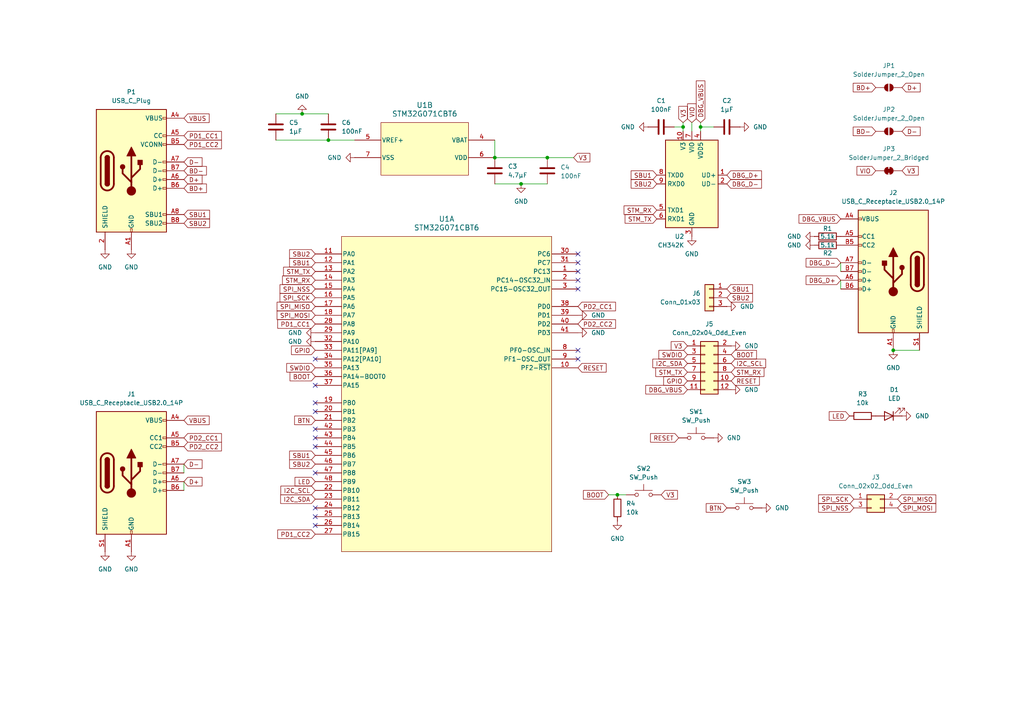
<source format=kicad_sch>
(kicad_sch (version 20231120) (generator "eeschema") (generator_version "8.0")
  (paper "A4")
  (title_block (title "Debubo") (date "2024-08-10") (rev "0") (company "dosowisko.net") (comment 1 "GNU GPLv3+"))
  (lib_symbols
    (symbol "Connector:USB_C_Plug" (pin_names (offset 1.016))
      (property "Reference" "P1" (at 0 33.02 0))
      (property "Value" "USB_C_Plug" (at 0 30.48 0))
      (symbol "USB_C_Plug_0_0"
        (rectangle (start -0.254 -6.604) (end 0.254 -7.62))
        (rectangle (start 9.144 5.334) (end 10.16 4.826))
        (rectangle (start 9.144 7.874) (end 10.16 7.366))
        (rectangle (start 9.144 10.414) (end 10.16 9.906))
        (rectangle (start 9.144 12.954) (end 10.16 12.446))
        (rectangle (start 9.144 18.034) (end 10.16 17.526))
        (rectangle (start 10.16 -4.826) (end 9.144 -5.334))
        (rectangle (start 10.16 -2.286) (end 9.144 -2.794))
        (rectangle (start 10.16 20.574) (end 9.144 20.066))
        (rectangle (start 10.16 25.654) (end 9.144 25.146))
      )
      (symbol "USB_C_Plug_0_1"
        (rectangle (start -10.16 27.94) (end 10.16 -7.62) (stroke (width 0.254)) (fill (type background)))
        (arc (start -8.89 6.35) (mid -6.985 4.4533) (end -5.08 6.35) (stroke (width 0.508)))
        (arc (start -7.62 6.35) (mid -6.985 5.7177) (end -6.35 6.35) (stroke (width 0.254)))
        (arc (start -7.62 6.35) (mid -6.985 5.7177) (end -6.35 6.35) (stroke (width 0.254)) (fill (type outline)))
        (rectangle (start -7.62 6.35) (end -6.35 13.97) (stroke (width 0.254)) (fill (type outline)))
        (arc (start -6.35 13.97) (mid -6.985 14.6023) (end -7.62 13.97) (stroke (width 0.254)))
        (arc (start -6.35 13.97) (mid -6.985 14.6023) (end -7.62 13.97) (stroke (width 0.254)) (fill (type outline)))
        (arc (start -5.08 13.97) (mid -6.985 15.8667) (end -8.89 13.97) (stroke (width 0.508)))
        (polyline (pts (xy -8.89 6.35) (xy -8.89 13.97)) (stroke (width 0.508)))
        (polyline (pts (xy -5.08 13.97) (xy -5.08 6.35)) (stroke (width 0.508)))
      )
      (symbol "USB_C_Plug_1_1"
        (circle (center -2.54 11.303) (radius 0.635) (stroke (width 0.254)) (fill (type outline)))
        (polyline (pts (xy 0 4.318) (xy 0 14.478)) (stroke (width 0.508)))
        (polyline (pts (xy 0 6.858) (xy -2.54 9.398) (xy -2.54 10.668)) (stroke (width 0.508)))
        (polyline (pts (xy 0 8.128) (xy 2.54 10.668) (xy 2.54 11.938)) (stroke (width 0.508)))
        (polyline (pts (xy -1.27 14.478) (xy 0 17.018) (xy 1.27 14.478) (xy -1.27 14.478)) (stroke (width 0.254)) (fill (type outline)))
        (circle (center 0 4.318) (radius 1.27) (fill (type outline)))
        (rectangle (start 1.905 11.938) (end 3.175 13.208) (stroke (width 0.254)) (fill (type outline)))
        (pin passive line (at -7.62 -12.7 90) (length 5.08) (name "SHIELD") (number "2"))
        (pin passive line (at -7.62 -12.7 90) (length 5.08) hide (name "SHIELD") (number "3"))
        (pin passive line (at 0 -12.7 90) (length 5.08) (name "GND") (number "A1"))
        (pin passive line (at 0 -12.7 90) (length 5.08) hide (name "GND") (number "A12"))
        (pin passive line (at 15.24 25.4 180) (length 5.08) (name "VBUS") (number "A4"))
        (pin bidirectional line (at 15.24 20.32 180) (length 5.08) (name "CC") (number "A5"))
        (pin bidirectional line (at 15.24 7.62 180) (length 5.08) (name "D+") (number "A6"))
        (pin bidirectional line (at 15.24 12.7 180) (length 5.08) (name "D-") (number "A7"))
        (pin bidirectional line (at 15.24 -2.54 180) (length 5.08) (name "SBU1") (number "A8"))
        (pin passive line (at 15.24 25.4 180) (length 5.08) hide (name "VBUS") (number "A9"))
        (pin passive line (at 0 -12.7 90) (length 5.08) hide (name "GND") (number "B1"))
        (pin passive line (at 0 -12.7 90) (length 5.08) hide (name "GND") (number "B12"))
        (pin passive line (at 15.24 25.4 180) (length 5.08) hide (name "VBUS") (number "B4"))
        (pin bidirectional line (at 15.24 17.78 180) (length 5.08) (name "VCONN") (number "B5"))
        (pin bidirectional line (at 15.24 5.08 180) (length 5.08) (name "D+") (number "B6"))
        (pin bidirectional line (at 15.24 10.16 180) (length 5.08) (name "D-") (number "B7"))
        (pin bidirectional line (at 15.24 -5.08 180) (length 5.08) (name "SBU2") (number "B8"))
        (pin passive line (at 15.24 25.4 180) (length 5.08) hide (name "VBUS") (number "B9"))
      )
    )
    (symbol "Connector:USB_C_Receptacle_USB2.0_14P" (pin_names (offset 1.016))
      (property "Reference" "J2" (at 0 22.86 0))
      (property "Value" "USB_C_Receptacle_USB2.0_14P" (at 0 20.32 0))
      (symbol "USB_C_Receptacle_USB2.0_14P_0_0"
        (rectangle (start -0.254 -17.78) (end 0.254 -16.764))
        (rectangle (start 10.16 -4.826) (end 9.144 -5.334))
        (rectangle (start 10.16 -2.286) (end 9.144 -2.794))
        (rectangle (start 10.16 0.254) (end 9.144 -0.254))
        (rectangle (start 10.16 2.794) (end 9.144 2.286))
        (rectangle (start 10.16 7.874) (end 9.144 7.366))
        (rectangle (start 10.16 10.414) (end 9.144 9.906))
        (rectangle (start 10.16 15.494) (end 9.144 14.986))
      )
      (symbol "USB_C_Receptacle_USB2.0_14P_0_1"
        (rectangle (start -10.16 17.78) (end 10.16 -17.78) (stroke (width 0.254)) (fill (type background)))
        (arc (start -8.89 -3.81) (mid -6.985 -5.7067) (end -5.08 -3.81) (stroke (width 0.508)))
        (arc (start -7.62 -3.81) (mid -6.985 -4.4423) (end -6.35 -3.81) (stroke (width 0.254)))
        (arc (start -7.62 -3.81) (mid -6.985 -4.4423) (end -6.35 -3.81) (stroke (width 0.254)) (fill (type outline)))
        (rectangle (start -7.62 -3.81) (end -6.35 3.81) (stroke (width 0.254)) (fill (type outline)))
        (arc (start -6.35 3.81) (mid -6.985 4.4423) (end -7.62 3.81) (stroke (width 0.254)))
        (arc (start -6.35 3.81) (mid -6.985 4.4423) (end -7.62 3.81) (stroke (width 0.254)) (fill (type outline)))
        (arc (start -5.08 3.81) (mid -6.985 5.7067) (end -8.89 3.81) (stroke (width 0.508)))
        (circle (center -2.54 1.143) (radius 0.635) (stroke (width 0.254)) (fill (type outline)))
        (circle (center 0 -5.842) (radius 1.27) (fill (type outline)))
        (polyline (pts (xy -8.89 -3.81) (xy -8.89 3.81)) (stroke (width 0.508)))
        (polyline (pts (xy -5.08 3.81) (xy -5.08 -3.81)) (stroke (width 0.508)))
        (polyline (pts (xy 0 -5.842) (xy 0 4.318)) (stroke (width 0.508)))
        (polyline (pts (xy 0 -3.302) (xy -2.54 -0.762) (xy -2.54 0.508)) (stroke (width 0.508)))
        (polyline (pts (xy 0 -2.032) (xy 2.54 0.508) (xy 2.54 1.778)) (stroke (width 0.508)))
        (polyline (pts (xy -1.27 4.318) (xy 0 6.858) (xy 1.27 4.318) (xy -1.27 4.318)) (stroke (width 0.254)) (fill (type outline)))
        (rectangle (start 1.905 1.778) (end 3.175 3.048) (stroke (width 0.254)) (fill (type outline)))
      )
      (symbol "USB_C_Receptacle_USB2.0_14P_1_1"
        (pin passive line (at 0 -22.86 90) (length 5.08) (name "GND") (number "A1"))
        (pin passive line (at 15.24 15.24 180) (length 5.08) (name "VBUS") (number "A4"))
        (pin bidirectional line (at 15.24 10.16 180) (length 5.08) (name "CC1") (number "A5"))
        (pin bidirectional line (at 15.24 -2.54 180) (length 5.08) (name "D+") (number "A6"))
        (pin bidirectional line (at 15.24 2.54 180) (length 5.08) (name "D-") (number "A7"))
        (pin passive line (at 0 -22.86 90) (length 5.08) hide (name "GND") (number "B1"))
        (pin passive line (at 15.24 15.24 180) (length 5.08) hide (name "VBUS") (number "B4"))
        (pin bidirectional line (at 15.24 7.62 180) (length 5.08) (name "CC2") (number "B5"))
        (pin bidirectional line (at 15.24 -5.08 180) (length 5.08) (name "D+") (number "B6"))
        (pin bidirectional line (at 15.24 0 180) (length 5.08) (name "D-") (number "B7"))
        (pin passive line (at -7.62 -22.86 90) (length 5.08) (name "SHIELD") (number "S1"))
      )
    )
    (symbol "Connector_Generic:Conn_01x03" (pin_names (offset 1.016) hide)
      (property "Reference" "J" (at 0 5.08 0))
      (property "Value" "Conn_01x03" (at 0 -5.08 0))
      (symbol "Conn_01x03_1_1"
        (rectangle (start -1.27 -2.413) (end 0 -2.667) (stroke (width 0.1524)))
        (rectangle (start -1.27 0.127) (end 0 -0.127) (stroke (width 0.1524)))
        (rectangle (start -1.27 2.667) (end 0 2.413) (stroke (width 0.1524)))
        (rectangle (start -1.27 3.81) (end 1.27 -3.81) (stroke (width 0.254)) (fill (type background)))
        (pin passive line (at -5.08 2.54 0) (length 3.81) (name "Pin_1") (number "1"))
        (pin passive line (at -5.08 0 0) (length 3.81) (name "Pin_2") (number "2"))
        (pin passive line (at -5.08 -2.54 0) (length 3.81) (name "Pin_3") (number "3"))
      )
    )
    (symbol "Connector_Generic:Conn_02x02_Odd_Even" (pin_names (offset 1.016) hide)
      (property "Reference" "J" (at 1.27 2.54 0))
      (property "Value" "Conn_02x02_Odd_Even" (at 1.27 -5.08 0))
      (symbol "Conn_02x02_Odd_Even_1_1"
        (rectangle (start -1.27 -2.413) (end 0 -2.667) (stroke (width 0.1524)))
        (rectangle (start -1.27 0.127) (end 0 -0.127) (stroke (width 0.1524)))
        (rectangle (start -1.27 1.27) (end 3.81 -3.81) (stroke (width 0.254)) (fill (type background)))
        (rectangle (start 3.81 -2.413) (end 2.54 -2.667) (stroke (width 0.1524)))
        (rectangle (start 3.81 0.127) (end 2.54 -0.127) (stroke (width 0.1524)))
        (pin passive line (at -5.08 0 0) (length 3.81) (name "Pin_1") (number "1"))
        (pin passive line (at 7.62 0 180) (length 3.81) (name "Pin_2") (number "2"))
        (pin passive line (at -5.08 -2.54 0) (length 3.81) (name "Pin_3") (number "3"))
        (pin passive line (at 7.62 -2.54 180) (length 3.81) (name "Pin_4") (number "4"))
      )
    )
    (symbol "Connector_Generic:Conn_02x06_Odd_Even" (pin_names (offset 1.016) hide)
      (property "Reference" "J" (at 1.27 7.62 0))
      (property "Value" "Conn_02x06_Odd_Even" (at 1.27 -10.16 0))
      (symbol "Conn_02x06_Odd_Even_1_1"
        (rectangle (start -1.27 -7.493) (end 0 -7.747) (stroke (width 0.1524)))
        (rectangle (start -1.27 -4.953) (end 0 -5.207) (stroke (width 0.1524)))
        (rectangle (start -1.27 -2.413) (end 0 -2.667) (stroke (width 0.1524)))
        (rectangle (start -1.27 0.127) (end 0 -0.127) (stroke (width 0.1524)))
        (rectangle (start -1.27 2.667) (end 0 2.413) (stroke (width 0.1524)))
        (rectangle (start -1.27 5.207) (end 0 4.953) (stroke (width 0.1524)))
        (rectangle (start -1.27 6.35) (end 3.81 -8.89) (stroke (width 0.254)) (fill (type background)))
        (rectangle (start 3.81 -7.493) (end 2.54 -7.747) (stroke (width 0.1524)))
        (rectangle (start 3.81 -4.953) (end 2.54 -5.207) (stroke (width 0.1524)))
        (rectangle (start 3.81 -2.413) (end 2.54 -2.667) (stroke (width 0.1524)))
        (rectangle (start 3.81 0.127) (end 2.54 -0.127) (stroke (width 0.1524)))
        (rectangle (start 3.81 2.667) (end 2.54 2.413) (stroke (width 0.1524)))
        (rectangle (start 3.81 5.207) (end 2.54 4.953) (stroke (width 0.1524)))
        (pin passive line (at -5.08 5.08 0) (length 3.81) (name "Pin_1") (number "1"))
        (pin passive line (at 7.62 -5.08 180) (length 3.81) (name "Pin_10") (number "10"))
        (pin passive line (at -5.08 -7.62 0) (length 3.81) (name "Pin_11") (number "11"))
        (pin passive line (at 7.62 -7.62 180) (length 3.81) (name "Pin_12") (number "12"))
        (pin passive line (at 7.62 5.08 180) (length 3.81) (name "Pin_2") (number "2"))
        (pin passive line (at -5.08 2.54 0) (length 3.81) (name "Pin_3") (number "3"))
        (pin passive line (at 7.62 2.54 180) (length 3.81) (name "Pin_4") (number "4"))
        (pin passive line (at -5.08 0 0) (length 3.81) (name "Pin_5") (number "5"))
        (pin passive line (at 7.62 0 180) (length 3.81) (name "Pin_6") (number "6"))
        (pin passive line (at -5.08 -2.54 0) (length 3.81) (name "Pin_7") (number "7"))
        (pin passive line (at 7.62 -2.54 180) (length 3.81) (name "Pin_8") (number "8"))
        (pin passive line (at -5.08 -5.08 0) (length 3.81) (name "Pin_9") (number "9"))
      )
    )
    (symbol "Debubo:STM32G071CBT6" (pin_names (offset 0.254))
      (property "Reference" "U" (at 38.1 10.16 0))
      (property "Value" "STM32G071CBT6" (at 38.1 7.62 0))
      (symbol "STM32G071CBT6_1_1"
        (rectangle (start 7.62 5.08) (end 68.58 -86.36) (fill (type background)))
        (pin bidirectional line (at 76.2 -5.08 180) (length 7.62) (name "PC13") (number "1"))
        (pin bidirectional line (at 76.2 -33.02 180) (length 7.62) (name "PF2-~{RST}") (number "10"))
        (pin bidirectional line (at 0 0 0) (length 7.62) (name "PA0") (number "11"))
        (pin bidirectional line (at 0 -2.54 0) (length 7.62) (name "PA1") (number "12"))
        (pin bidirectional line (at 0 -5.08 0) (length 7.62) (name "PA2") (number "13"))
        (pin bidirectional line (at 0 -7.62 0) (length 7.62) (name "PA3") (number "14"))
        (pin bidirectional line (at 0 -10.16 0) (length 7.62) (name "PA4") (number "15"))
        (pin bidirectional line (at 0 -12.7 0) (length 7.62) (name "PA5") (number "16"))
        (pin bidirectional line (at 0 -15.24 0) (length 7.62) (name "PA6") (number "17"))
        (pin bidirectional line (at 0 -17.78 0) (length 7.62) (name "PA7") (number "18"))
        (pin bidirectional line (at 0 -43.18 0) (length 7.62) (name "PB0") (number "19"))
        (pin bidirectional line (at 76.2 -7.62 180) (length 7.62) (name "PC14-OSC32_IN") (number "2"))
        (pin bidirectional line (at 0 -45.72 0) (length 7.62) (name "PB1") (number "20"))
        (pin bidirectional line (at 0 -48.26 0) (length 7.62) (name "PB2") (number "21"))
        (pin bidirectional line (at 0 -68.58 0) (length 7.62) (name "PB10") (number "22"))
        (pin bidirectional line (at 0 -71.12 0) (length 7.62) (name "PB11") (number "23"))
        (pin bidirectional line (at 0 -73.66 0) (length 7.62) (name "PB12") (number "24"))
        (pin bidirectional line (at 0 -76.2 0) (length 7.62) (name "PB13") (number "25"))
        (pin bidirectional line (at 0 -78.74 0) (length 7.62) (name "PB14") (number "26"))
        (pin bidirectional line (at 0 -81.28 0) (length 7.62) (name "PB15") (number "27"))
        (pin bidirectional line (at 0 -20.32 0) (length 7.62) (name "PA8") (number "28"))
        (pin bidirectional line (at 0 -22.86 0) (length 7.62) (name "PA9") (number "29"))
        (pin bidirectional line (at 76.2 -10.16 180) (length 7.62) (name "PC15-OSC32_OUT") (number "3"))
        (pin bidirectional line (at 76.2 0 180) (length 7.62) (name "PC6") (number "30"))
        (pin bidirectional line (at 76.2 -2.54 180) (length 7.62) (name "PC7") (number "31"))
        (pin bidirectional line (at 0 -25.4 0) (length 7.62) (name "PA10") (number "32"))
        (pin bidirectional line (at 0 -27.94 0) (length 7.62) (name "PA11[PA9]") (number "33"))
        (pin bidirectional line (at 0 -30.48 0) (length 7.62) (name "PA12[PA10]") (number "34"))
        (pin bidirectional line (at 0 -33.02 0) (length 7.62) (name "PA13") (number "35"))
        (pin bidirectional line (at 0 -35.56 0) (length 7.62) (name "PA14-BOOT0") (number "36"))
        (pin bidirectional line (at 0 -38.1 0) (length 7.62) (name "PA15") (number "37"))
        (pin bidirectional line (at 76.2 -15.24 180) (length 7.62) (name "PD0") (number "38"))
        (pin bidirectional line (at 76.2 -17.78 180) (length 7.62) (name "PD1") (number "39"))
        (pin bidirectional line (at 76.2 -20.32 180) (length 7.62) (name "PD2") (number "40"))
        (pin bidirectional line (at 76.2 -22.86 180) (length 7.62) (name "PD3") (number "41"))
        (pin bidirectional line (at 0 -50.8 0) (length 7.62) (name "PB3") (number "42"))
        (pin bidirectional line (at 0 -53.34 0) (length 7.62) (name "PB4") (number "43"))
        (pin bidirectional line (at 0 -55.88 0) (length 7.62) (name "PB5") (number "44"))
        (pin bidirectional line (at 0 -58.42 0) (length 7.62) (name "PB6") (number "45"))
        (pin bidirectional line (at 0 -60.96 0) (length 7.62) (name "PB7") (number "46"))
        (pin bidirectional line (at 0 -63.5 0) (length 7.62) (name "PB8") (number "47"))
        (pin bidirectional line (at 0 -66.04 0) (length 7.62) (name "PB9") (number "48"))
        (pin bidirectional line (at 76.2 -27.94 180) (length 7.62) (name "PF0-OSC_IN") (number "8"))
        (pin bidirectional line (at 76.2 -30.48 180) (length 7.62) (name "PF1-OSC_OUT") (number "9"))
      )
      (symbol "STM32G071CBT6_2_1"
        (rectangle (start 7.62 5.08) (end 33.02 -10.16) (fill (type background)))
        (pin power_in line (at 40.64 0 180) (length 7.62) (name "VBAT") (number "4"))
        (pin power_in line (at 0 0 0) (length 7.62) (name "VREF+") (number "5"))
        (pin power_in line (at 40.64 -5.08 180) (length 7.62) (name "VDD") (number "6"))
        (pin power_in line (at 0 -5.08 0) (length 7.62) (name "VSS") (number "7"))
      )
    )
    (symbol "Device:C" (pin_numbers hide) (pin_names (offset 0.254))
      (property "Reference" "C" (at 0.635 2.54 0))
      (property "Value" "C" (at 0.635 -2.54 0))
      (symbol "C_0_1"
        (polyline (pts (xy -2.032 -0.762) (xy 2.032 -0.762)) (stroke (width 0.508)))
        (polyline (pts (xy -2.032 0.762) (xy 2.032 0.762)) (stroke (width 0.508)))
      )
      (symbol "C_1_1"
        (pin passive line (at 0 3.81 270) (length 2.794) (name "~") (number "1"))
        (pin passive line (at 0 -3.81 90) (length 2.794) (name "~") (number "2"))
      )
    )
    (symbol "Device:LED" (pin_numbers hide) (pin_names (offset 1.016) hide)
      (property "Reference" "D" (at 0 2.54 0))
      (property "Value" "LED" (at 0 -2.54 0))
      (symbol "LED_0_1"
        (polyline (pts (xy -1.27 -1.27) (xy -1.27 1.27)) (stroke (width 0.254)))
        (polyline (pts (xy -1.27 0) (xy 1.27 0)))
        (polyline (pts (xy 1.27 -1.27) (xy 1.27 1.27) (xy -1.27 0) (xy 1.27 -1.27)) (stroke (width 0.254)))
        (polyline (pts (xy -3.048 -0.762) (xy -4.572 -2.286) (xy -3.81 -2.286) (xy -4.572 -2.286) (xy -4.572 -1.524)))
        (polyline (pts (xy -1.778 -0.762) (xy -3.302 -2.286) (xy -2.54 -2.286) (xy -3.302 -2.286) (xy -3.302 -1.524)))
      )
      (symbol "LED_1_1"
        (pin passive line (at -3.81 0 0) (length 2.54) (name "K") (number "1"))
        (pin passive line (at 3.81 0 180) (length 2.54) (name "A") (number "2"))
      )
    )
    (symbol "Device:R" (pin_numbers hide) (pin_names (offset 0))
      (property "Reference" "R" (at 2.032 0 90))
      (property "Value" "R" (at 0 0 90))
      (symbol "R_0_1"
        (rectangle (start -1.016 -2.54) (end 1.016 2.54) (stroke (width 0.254)))
      )
      (symbol "R_1_1"
        (pin passive line (at 0 3.81 270) (length 1.27) (name "~") (number "1"))
        (pin passive line (at 0 -3.81 90) (length 1.27) (name "~") (number "2"))
      )
    )
    (symbol "Interface_USB:CH340K"
      (property "Reference" "U2" (at 2.1941 -15.24 0))
      (property "Value" "CH342K" (at 2.1941 -17.78 0))
      (symbol "CH340K_0_1"
        (rectangle (start -7.62 12.7) (end 7.62 -12.7) (stroke (width 0.254)) (fill (type background)))
      )
      (symbol "CH340K_1_0"
        (pin passive line (at 0 -15.24 90) (length 2.54) hide (name "GND") (number "11"))
      )
      (symbol "CH340K_1_1"
        (pin bidirectional line (at -10.16 2.54 0) (length 2.54) (name "UD+") (number "1"))
        (pin passive line (at 2.54 15.24 270) (length 2.54) (name "V3") (number "10"))
        (pin bidirectional line (at -10.16 0 0) (length 2.54) (name "UD-") (number "2"))
        (pin power_in line (at 0 -15.24 90) (length 2.54) (name "GND") (number "3"))
        (pin power_in line (at -2.54 15.24 270) (length 2.54) (name "VDD5") (number "4"))
        (pin output line (at 10.16 -7.62 180) (length 2.54) (name "TXD1") (number "5"))
        (pin input line (at 10.16 -10.16 180) (length 2.54) (name "RXD1") (number "6"))
        (pin power_in line (at 0 15.24 270) (length 2.54) (name "VIO") (number "7"))
        (pin output line (at 10.16 2.54 180) (length 2.54) (name "TXD0") (number "8"))
        (pin input line (at 10.16 0 180) (length 2.54) (name "RXD0") (number "9"))
      )
    )
    (symbol "Jumper:SolderJumper_2_Bridged" (pin_numbers hide) (pin_names (offset 0) hide) (exclude_from_sim yes) (in_bom no)
      (property "Reference" "JP" (at 0 2.032 0))
      (property "Value" "SolderJumper_2_Bridged" (at 0 -2.54 0))
      (symbol "SolderJumper_2_Bridged_0_1"
        (rectangle (start -0.508 0.508) (end 0.508 -0.508) (fill (type outline)))
        (arc (start -0.254 1.016) (mid -1.2656 0) (end -0.254 -1.016))
        (arc (start -0.254 1.016) (mid -1.2656 0) (end -0.254 -1.016) (fill (type outline)))
        (polyline (pts (xy -0.254 1.016) (xy -0.254 -1.016)))
        (polyline (pts (xy 0.254 1.016) (xy 0.254 -1.016)))
        (arc (start 0.254 -1.016) (mid 1.2656 0) (end 0.254 1.016))
        (arc (start 0.254 -1.016) (mid 1.2656 0) (end 0.254 1.016) (fill (type outline)))
      )
      (symbol "SolderJumper_2_Bridged_1_1"
        (pin passive line (at -3.81 0 0) (length 2.54) (name "A") (number "1"))
        (pin passive line (at 3.81 0 180) (length 2.54) (name "B") (number "2"))
      )
    )
    (symbol "Jumper:SolderJumper_2_Open" (pin_numbers hide) (pin_names (offset 0) hide) (exclude_from_sim yes) (in_bom no)
      (property "Reference" "JP" (at 0 2.032 0))
      (property "Value" "SolderJumper_2_Open" (at 0 -2.54 0))
      (symbol "SolderJumper_2_Open_0_1"
        (arc (start -0.254 1.016) (mid -1.2656 0) (end -0.254 -1.016))
        (arc (start -0.254 1.016) (mid -1.2656 0) (end -0.254 -1.016) (fill (type outline)))
        (polyline (pts (xy -0.254 1.016) (xy -0.254 -1.016)))
        (polyline (pts (xy 0.254 1.016) (xy 0.254 -1.016)))
        (arc (start 0.254 -1.016) (mid 1.2656 0) (end 0.254 1.016))
        (arc (start 0.254 -1.016) (mid 1.2656 0) (end 0.254 1.016) (fill (type outline)))
      )
      (symbol "SolderJumper_2_Open_1_1"
        (pin passive line (at -3.81 0 0) (length 2.54) (name "A") (number "1"))
        (pin passive line (at 3.81 0 180) (length 2.54) (name "B") (number "2"))
      )
    )
    (symbol "Switch:SW_Push" (pin_numbers hide) (pin_names (offset 1.016) hide)
      (property "Reference" "SW" (at 1.27 2.54 0))
      (property "Value" "SW_Push" (at 0 -1.524 0))
      (symbol "SW_Push_0_1"
        (circle (center -2.032 0) (radius 0.508))
        (polyline (pts (xy 0 1.27) (xy 0 3.048)))
        (polyline (pts (xy 2.54 1.27) (xy -2.54 1.27)))
        (circle (center 2.032 0) (radius 0.508))
        (pin passive line (at -5.08 0 0) (length 2.54) (name "1") (number "1"))
        (pin passive line (at 5.08 0 180) (length 2.54) (name "2") (number "2"))
      )
    )
    (symbol "USB_C_Receptacle_USB2.0_14P_1" (pin_names (offset 1.016))
      (property "Reference" "J1" (at 0 22.86 0))
      (property "Value" "USB_C_Receptacle_USB2.0_14P" (at 0 20.32 0))
      (symbol "USB_C_Receptacle_USB2.0_14P_1_0_0"
        (rectangle (start -0.254 -17.78) (end 0.254 -16.764))
        (rectangle (start 10.16 -4.826) (end 9.144 -5.334))
        (rectangle (start 10.16 -2.286) (end 9.144 -2.794))
        (rectangle (start 10.16 0.254) (end 9.144 -0.254))
        (rectangle (start 10.16 2.794) (end 9.144 2.286))
        (rectangle (start 10.16 7.874) (end 9.144 7.366))
        (rectangle (start 10.16 10.414) (end 9.144 9.906))
        (rectangle (start 10.16 15.494) (end 9.144 14.986))
      )
      (symbol "USB_C_Receptacle_USB2.0_14P_1_0_1"
        (rectangle (start -10.16 17.78) (end 10.16 -17.78) (stroke (width 0.254)) (fill (type background)))
        (arc (start -8.89 -3.81) (mid -6.985 -5.7067) (end -5.08 -3.81) (stroke (width 0.508)))
        (arc (start -7.62 -3.81) (mid -6.985 -4.4423) (end -6.35 -3.81) (stroke (width 0.254)))
        (arc (start -7.62 -3.81) (mid -6.985 -4.4423) (end -6.35 -3.81) (stroke (width 0.254)) (fill (type outline)))
        (rectangle (start -7.62 -3.81) (end -6.35 3.81) (stroke (width 0.254)) (fill (type outline)))
        (arc (start -6.35 3.81) (mid -6.985 4.4423) (end -7.62 3.81) (stroke (width 0.254)))
        (arc (start -6.35 3.81) (mid -6.985 4.4423) (end -7.62 3.81) (stroke (width 0.254)) (fill (type outline)))
        (arc (start -5.08 3.81) (mid -6.985 5.7067) (end -8.89 3.81) (stroke (width 0.508)))
        (circle (center -2.54 1.143) (radius 0.635) (stroke (width 0.254)) (fill (type outline)))
        (circle (center 0 -5.842) (radius 1.27) (fill (type outline)))
        (polyline (pts (xy -8.89 -3.81) (xy -8.89 3.81)) (stroke (width 0.508)))
        (polyline (pts (xy -5.08 3.81) (xy -5.08 -3.81)) (stroke (width 0.508)))
        (polyline (pts (xy 0 -5.842) (xy 0 4.318)) (stroke (width 0.508)))
        (polyline (pts (xy 0 -3.302) (xy -2.54 -0.762) (xy -2.54 0.508)) (stroke (width 0.508)))
        (polyline (pts (xy 0 -2.032) (xy 2.54 0.508) (xy 2.54 1.778)) (stroke (width 0.508)))
        (polyline (pts (xy -1.27 4.318) (xy 0 6.858) (xy 1.27 4.318) (xy -1.27 4.318)) (stroke (width 0.254)) (fill (type outline)))
        (rectangle (start 1.905 1.778) (end 3.175 3.048) (stroke (width 0.254)) (fill (type outline)))
      )
      (symbol "USB_C_Receptacle_USB2.0_14P_1_1_1"
        (pin passive line (at 0 -22.86 90) (length 5.08) (name "GND") (number "A1"))
        (pin passive line (at 15.24 15.24 180) (length 5.08) (name "VBUS") (number "A4"))
        (pin bidirectional line (at 15.24 10.16 180) (length 5.08) (name "CC1") (number "A5"))
        (pin bidirectional line (at 15.24 -2.54 180) (length 5.08) (name "D+") (number "A6"))
        (pin bidirectional line (at 15.24 2.54 180) (length 5.08) (name "D-") (number "A7"))
        (pin passive line (at 0 -22.86 90) (length 5.08) hide (name "GND") (number "B1"))
        (pin passive line (at 15.24 15.24 180) (length 5.08) hide (name "VBUS") (number "B4"))
        (pin bidirectional line (at 15.24 7.62 180) (length 5.08) (name "CC2") (number "B5"))
        (pin bidirectional line (at 15.24 -5.08 180) (length 5.08) (name "D+") (number "B6"))
        (pin bidirectional line (at 15.24 0 180) (length 5.08) (name "D-") (number "B7"))
        (pin passive line (at -7.62 -22.86 90) (length 5.08) (name "SHIELD") (number "S1"))
      )
    )
    (symbol "power:GND" (power) (pin_numbers hide) (pin_names (offset 0) hide)
      (property "Value" "GND" (at 0 -3.81 0))
      (symbol "GND_0_1"
        (polyline (pts (xy 0 0) (xy 0 -1.27) (xy 1.27 -1.27) (xy 0 -2.54) (xy -1.27 -1.27) (xy 0 -1.27)))
      )
      (symbol "GND_1_1"
        (pin power_in line (at 0 0 270) (length 0) (name "~") (number "1"))
      )
    )
  )
  (junction (at 198.12 36.83))
  (junction (at 95.25 40.64))
  (junction (at 259.08 101.6))
  (junction (at 87.63 33.02))
  (junction (at 151.13 53.34))
  (junction (at 203.2 36.83))
  (junction (at 143.51 45.72))
  (junction (at 179.07 143.51))
  (junction (at 158.75 45.72))
  (no_connect (at 167.64 81.28))
  (no_connect (at 91.44 116.84))
  (no_connect (at 91.44 111.76))
  (no_connect (at 167.64 83.82))
  (no_connect (at 91.44 124.46))
  (no_connect (at 91.44 152.4))
  (no_connect (at 91.44 127))
  (no_connect (at 167.64 78.74))
  (no_connect (at 91.44 149.86))
  (no_connect (at 91.44 119.38))
  (no_connect (at 167.64 104.14))
  (no_connect (at 167.64 76.2))
  (no_connect (at 91.44 137.16))
  (no_connect (at 91.44 129.54))
  (no_connect (at 167.64 101.6))
  (no_connect (at 91.44 104.14))
  (no_connect (at 167.64 73.66))
  (no_connect (at 91.44 147.32))
  (wire (pts (xy 198.12 35.56) (xy 198.12 36.83)))
  (wire (pts (xy 95.25 40.64) (xy 102.87 40.64)))
  (wire (pts (xy 200.66 35.56) (xy 200.66 38.1)))
  (wire (pts (xy 143.51 40.64) (xy 143.51 45.72)))
  (wire (pts (xy 53.34 134.62) (xy 53.34 137.16)))
  (wire (pts (xy 143.51 45.72) (xy 158.75 45.72)))
  (wire (pts (xy 143.51 53.34) (xy 151.13 53.34)))
  (wire (pts (xy 80.01 40.64) (xy 95.25 40.64)))
  (wire (pts (xy 53.34 139.7) (xy 53.34 142.24)))
  (wire (pts (xy 243.84 81.28) (xy 243.84 83.82)))
  (wire (pts (xy 203.2 36.83) (xy 203.2 38.1)))
  (wire (pts (xy 87.63 33.02) (xy 95.25 33.02)))
  (wire (pts (xy 151.13 53.34) (xy 158.75 53.34)))
  (wire (pts (xy 243.84 76.2) (xy 243.84 78.74)))
  (wire (pts (xy 259.08 101.6) (xy 266.7 101.6)))
  (wire (pts (xy 203.2 35.56) (xy 203.2 36.83)))
  (wire (pts (xy 207.01 36.83) (xy 203.2 36.83)))
  (wire (pts (xy 195.58 36.83) (xy 198.12 36.83)))
  (wire (pts (xy 198.12 36.83) (xy 198.12 38.1)))
  (wire (pts (xy 158.75 45.72) (xy 166.37 45.72)))
  (wire (pts (xy 179.07 143.51) (xy 181.61 143.51)))
  (wire (pts (xy 80.01 33.02) (xy 87.63 33.02)))
  (wire (pts (xy 176.53 143.51) (xy 179.07 143.51)))
  (global_label "V3" (shape input) (at 199.39 100.33 180) (property "Intersheetrefs" "${INTERSHEET_REFS}" (effects (hide yes))))
  (global_label "BTN" (shape input) (at 91.44 121.92 180) (property "Intersheetrefs" "${INTERSHEET_REFS}" (effects (hide yes))))
  (global_label "BD+" (shape input) (at 53.34 54.61 0) (property "Intersheetrefs" "${INTERSHEET_REFS}" (effects (hide yes))))
  (global_label "DBG_D+" (shape input) (at 210.82 50.8 0) (property "Intersheetrefs" "${INTERSHEET_REFS}" (effects (hide yes))))
  (global_label "SPI_SCK" (shape input) (at 91.44 86.36 180) (property "Intersheetrefs" "${INTERSHEET_REFS}" (effects (hide yes))))
  (global_label "PD1_CC1" (shape input) (at 91.44 93.98 180) (property "Intersheetrefs" "${INTERSHEET_REFS}" (effects (hide yes))))
  (global_label "SBU2" (shape input) (at 91.44 134.62 180) (property "Intersheetrefs" "${INTERSHEET_REFS}" (effects (hide yes))))
  (global_label "RESET" (shape input) (at 196.85 127 180) (property "Intersheetrefs" "${INTERSHEET_REFS}" (effects (hide yes))))
  (global_label "GPIO" (shape input) (at 199.39 110.49 180) (property "Intersheetrefs" "${INTERSHEET_REFS}" (effects (hide yes))))
  (global_label "PD1_CC2" (shape input) (at 53.34 41.91 0) (property "Intersheetrefs" "${INTERSHEET_REFS}" (effects (hide yes))))
  (global_label "STM_TX" (shape input) (at 199.39 107.95 180) (property "Intersheetrefs" "${INTERSHEET_REFS}" (effects (hide yes))))
  (global_label "SPI_MOSI" (shape input) (at 260.35 147.32 0) (property "Intersheetrefs" "${INTERSHEET_REFS}" (effects (hide yes))))
  (global_label "VIO" (shape input) (at 200.66 35.56 90) (property "Intersheetrefs" "${INTERSHEET_REFS}" (effects (hide yes))))
  (global_label "SBU2" (shape input) (at 91.44 73.66 180) (property "Intersheetrefs" "${INTERSHEET_REFS}" (effects (hide yes))))
  (global_label "V3" (shape input) (at 166.37 45.72 0) (property "Intersheetrefs" "${INTERSHEET_REFS}" (effects (hide yes))))
  (global_label "VBUS" (shape input) (at 53.34 121.92 0) (property "Intersheetrefs" "${INTERSHEET_REFS}" (effects (hide yes))))
  (global_label "PD2_CC2" (shape input) (at 53.34 129.54 0) (property "Intersheetrefs" "${INTERSHEET_REFS}" (effects (hide yes))))
  (global_label "I2C_SDA" (shape input) (at 91.44 144.78 180) (property "Intersheetrefs" "${INTERSHEET_REFS}" (effects (hide yes))))
  (global_label "BOOT" (shape input) (at 176.53 143.51 180) (property "Intersheetrefs" "${INTERSHEET_REFS}" (effects (hide yes))))
  (global_label "V3" (shape input) (at 261.62 49.53 0) (property "Intersheetrefs" "${INTERSHEET_REFS}" (effects (hide yes))))
  (global_label "GPIO" (shape input) (at 91.44 101.6 180) (property "Intersheetrefs" "${INTERSHEET_REFS}" (effects (hide yes))))
  (global_label "SPI_MOSI" (shape input) (at 91.44 91.44 180) (property "Intersheetrefs" "${INTERSHEET_REFS}" (effects (hide yes))))
  (global_label "V3" (shape input) (at 191.77 143.51 0) (property "Intersheetrefs" "${INTERSHEET_REFS}" (effects (hide yes))))
  (global_label "SPI_MISO" (shape input) (at 260.35 144.78 0) (property "Intersheetrefs" "${INTERSHEET_REFS}" (effects (hide yes))))
  (global_label "SBU1" (shape input) (at 91.44 132.08 180) (property "Intersheetrefs" "${INTERSHEET_REFS}" (effects (hide yes))))
  (global_label "STM_RX" (shape input) (at 190.5 60.96 180) (property "Intersheetrefs" "${INTERSHEET_REFS}" (effects (hide yes))))
  (global_label "BOOT" (shape input) (at 91.44 109.22 180) (property "Intersheetrefs" "${INTERSHEET_REFS}" (effects (hide yes))))
  (global_label "SBU2" (shape input) (at 53.34 64.77 0) (property "Intersheetrefs" "${INTERSHEET_REFS}" (effects (hide yes))))
  (global_label "RESET" (shape input) (at 212.09 110.49 0) (property "Intersheetrefs" "${INTERSHEET_REFS}" (effects (hide yes))))
  (global_label "LED" (shape input) (at 91.44 139.7 180) (property "Intersheetrefs" "${INTERSHEET_REFS}" (effects (hide yes))))
  (global_label "SPI_NSS" (shape input) (at 91.44 83.82 180) (property "Intersheetrefs" "${INTERSHEET_REFS}" (effects (hide yes))))
  (global_label "I2C_SDA" (shape input) (at 199.39 105.41 180) (property "Intersheetrefs" "${INTERSHEET_REFS}" (effects (hide yes))))
  (global_label "RESET" (shape input) (at 167.64 106.68 0) (property "Intersheetrefs" "${INTERSHEET_REFS}" (effects (hide yes))))
  (global_label "SBU1" (shape input) (at 190.5 50.8 180) (property "Intersheetrefs" "${INTERSHEET_REFS}" (effects (hide yes))))
  (global_label "D-" (shape input) (at 261.62 38.1 0) (property "Intersheetrefs" "${INTERSHEET_REFS}" (effects (hide yes))))
  (global_label "BTN" (shape input) (at 210.82 147.32 180) (property "Intersheetrefs" "${INTERSHEET_REFS}" (effects (hide yes))))
  (global_label "BD+" (shape input) (at 254 25.4 180) (property "Intersheetrefs" "${INTERSHEET_REFS}" (effects (hide yes))))
  (global_label "PD1_CC2" (shape input) (at 91.44 154.94 180) (property "Intersheetrefs" "${INTERSHEET_REFS}" (effects (hide yes))))
  (global_label "D+" (shape input) (at 53.34 139.7 0) (property "Intersheetrefs" "${INTERSHEET_REFS}" (effects (hide yes))))
  (global_label "SPI_MISO" (shape input) (at 91.44 88.9 180) (property "Intersheetrefs" "${INTERSHEET_REFS}" (effects (hide yes))))
  (global_label "VIO" (shape input) (at 254 49.53 180) (property "Intersheetrefs" "${INTERSHEET_REFS}" (effects (hide yes))))
  (global_label "SPI_SCK" (shape input) (at 247.65 144.78 180) (property "Intersheetrefs" "${INTERSHEET_REFS}" (effects (hide yes))))
  (global_label "DBG_D-" (shape input) (at 243.84 76.2 180) (property "Intersheetrefs" "${INTERSHEET_REFS}" (effects (hide yes))))
  (global_label "BD-" (shape input) (at 254 38.1 180) (property "Intersheetrefs" "${INTERSHEET_REFS}" (effects (hide yes))))
  (global_label "V3" (shape input) (at 198.12 35.56 90) (property "Intersheetrefs" "${INTERSHEET_REFS}" (effects (hide yes))))
  (global_label "SBU1" (shape input) (at 53.34 62.23 0) (property "Intersheetrefs" "${INTERSHEET_REFS}" (effects (hide yes))))
  (global_label "SBU1" (shape input) (at 91.44 76.2 180) (property "Intersheetrefs" "${INTERSHEET_REFS}" (effects (hide yes))))
  (global_label "I2C_SCL" (shape input) (at 91.44 142.24 180) (property "Intersheetrefs" "${INTERSHEET_REFS}" (effects (hide yes))))
  (global_label "PD2_CC1" (shape input) (at 167.64 88.9 0) (property "Intersheetrefs" "${INTERSHEET_REFS}" (effects (hide yes))))
  (global_label "DBG_VBUS" (shape input) (at 203.2 35.56 90) (property "Intersheetrefs" "${INTERSHEET_REFS}" (effects (hide yes))))
  (global_label "PD2_CC2" (shape input) (at 167.64 93.98 0) (property "Intersheetrefs" "${INTERSHEET_REFS}" (effects (hide yes))))
  (global_label "BD-" (shape input) (at 53.34 49.53 0) (property "Intersheetrefs" "${INTERSHEET_REFS}" (effects (hide yes))))
  (global_label "STM_TX" (shape input) (at 91.44 78.74 180) (property "Intersheetrefs" "${INTERSHEET_REFS}" (effects (hide yes))))
  (global_label "DBG_VBUS" (shape input) (at 243.84 63.5 180) (property "Intersheetrefs" "${INTERSHEET_REFS}" (effects (hide yes))))
  (global_label "DBG_D-" (shape input) (at 210.82 53.34 0) (property "Intersheetrefs" "${INTERSHEET_REFS}" (effects (hide yes))))
  (global_label "SWDIO" (shape input) (at 91.44 106.68 180) (property "Intersheetrefs" "${INTERSHEET_REFS}" (effects (hide yes))))
  (global_label "VBUS" (shape input) (at 53.34 34.29 0) (property "Intersheetrefs" "${INTERSHEET_REFS}" (effects (hide yes))))
  (global_label "SWDIO" (shape input) (at 199.39 102.87 180) (property "Intersheetrefs" "${INTERSHEET_REFS}" (effects (hide yes))))
  (global_label "SBU2" (shape input) (at 190.5 53.34 180) (property "Intersheetrefs" "${INTERSHEET_REFS}" (effects (hide yes))))
  (global_label "DBG_D+" (shape input) (at 243.84 81.28 180) (property "Intersheetrefs" "${INTERSHEET_REFS}" (effects (hide yes))))
  (global_label "PD2_CC1" (shape input) (at 53.34 127 0) (property "Intersheetrefs" "${INTERSHEET_REFS}" (effects (hide yes))))
  (global_label "SPI_NSS" (shape input) (at 247.65 147.32 180) (property "Intersheetrefs" "${INTERSHEET_REFS}" (effects (hide yes))))
  (global_label "D-" (shape input) (at 53.34 46.99 0) (property "Intersheetrefs" "${INTERSHEET_REFS}" (effects (hide yes))))
  (global_label "STM_TX" (shape input) (at 190.5 63.5 180) (property "Intersheetrefs" "${INTERSHEET_REFS}" (effects (hide yes))))
  (global_label "D+" (shape input) (at 261.62 25.4 0) (property "Intersheetrefs" "${INTERSHEET_REFS}" (effects (hide yes))))
  (global_label "BOOT" (shape input) (at 212.09 102.87 0) (property "Intersheetrefs" "${INTERSHEET_REFS}" (effects (hide yes))))
  (global_label "STM_RX" (shape input) (at 212.09 107.95 0) (property "Intersheetrefs" "${INTERSHEET_REFS}" (effects (hide yes))))
  (global_label "D+" (shape input) (at 53.34 52.07 0) (property "Intersheetrefs" "${INTERSHEET_REFS}" (effects (hide yes))))
  (global_label "PD1_CC1" (shape input) (at 53.34 39.37 0) (property "Intersheetrefs" "${INTERSHEET_REFS}" (effects (hide yes))))
  (global_label "DBG_VBUS" (shape input) (at 199.39 113.03 180) (property "Intersheetrefs" "${INTERSHEET_REFS}" (effects (hide yes))))
  (global_label "I2C_SCL" (shape input) (at 212.09 105.41 0) (property "Intersheetrefs" "${INTERSHEET_REFS}" (effects (hide yes))))
  (global_label "STM_RX" (shape input) (at 91.44 81.28 180) (property "Intersheetrefs" "${INTERSHEET_REFS}" (effects (hide yes))))
  (global_label "SBU1" (shape input) (at 210.82 83.82 0) (property "Intersheetrefs" "${INTERSHEET_REFS}" (effects (hide yes))))
  (global_label "SBU2" (shape input) (at 210.82 86.36 0) (property "Intersheetrefs" "${INTERSHEET_REFS}" (effects (hide yes))))
  (global_label "D-" (shape input) (at 53.34 134.62 0) (property "Intersheetrefs" "${INTERSHEET_REFS}" (effects (hide yes))))
  (global_label "LED" (shape input) (at 246.38 120.65 180) (property "Intersheetrefs" "${INTERSHEET_REFS}" (effects (hide yes))))
  (symbol (lib_id "Device:R") (at 240.03 68.58 90) (unit 1)
    (property "Reference" "R1" (at 240.03 66.294 90))
    (property "Value" "5.1k" (at 240.03 68.58 90))
    (property "Footprint" "Resistor_SMD:R_1206_3216Metric_Pad1.30x1.75mm_HandSolder" (effects (hide yes)))
    (property "Description" "Resistor" (effects (hide yes)))
    (property "LCSC" "C26033" (effects (hide yes)))
    (property "LCSC (0402)" "C25905" (effects (hide yes)))
    (property "LCSC (0603)" "C23186" (effects (hide yes)))
    (property "LCSC (0805)" "C27834" (effects (hide yes)))
  )
  (symbol (lib_id "power:GND") (at 102.87 45.72 270) (unit 1)
    (property "Reference" "#PWR03" (effects (hide yes)))
    (property "Value" "GND" (at 99.06 45.7199 90) (effects (justify right)))
    (property "Description" "Power symbol creates a global label with name \"GND\" , ground" (effects (hide yes)))
  )
  (symbol (lib_id "Switch:SW_Push") (at 215.9 147.32 0) (unit 1)
    (property "Reference" "SW3" (at 215.9 139.7 0))
    (property "Value" "SW_Push" (at 215.9 142.24 0))
    (property "Footprint" "Button_Switch_SMD:SW_SPST_B3U-1000P" (effects (hide yes)))
    (property "Description" "Push button switch, generic, two pins" (effects (hide yes)))
    (property "LCSC" "C231329" (effects (hide yes)))
  )
  (symbol (lib_id "power:GND") (at 91.44 99.06 270) (unit 1)
    (property "Reference" "#PWR020" (effects (hide yes)))
    (property "Value" "GND" (at 87.63 99.0599 90) (effects (justify right)))
    (property "Description" "Power symbol creates a global label with name \"GND\" , ground" (effects (hide yes)))
  )
  (symbol (lib_id "power:GND") (at 210.82 88.9 90) (mirror x) (unit 1)
    (property "Reference" "#PWR015" (effects (hide yes)))
    (property "Value" "GND" (at 214.63 88.8999 90) (effects (justify right)))
    (property "Description" "Power symbol creates a global label with name \"GND\" , ground" (effects (hide yes)))
  )
  (symbol (lib_id "Device:R") (at 179.07 147.32 180) (unit 1)
    (property "Reference" "R4" (at 181.61 146.0499 0) (effects (justify right)))
    (property "Value" "10k" (at 181.61 148.5899 0) (effects (justify right)))
    (property "Footprint" "Resistor_SMD:R_1206_3216Metric_Pad1.30x1.75mm_HandSolder" (effects (hide yes)))
    (property "Description" "Resistor" (effects (hide yes)))
    (property "LCSC" "C17902" (effects (hide yes)))
    (property "LCSC (0402)" "C25744" (effects (hide yes)))
    (property "LCSC (0603)" "C25804" (effects (hide yes)))
    (property "LCSC (0805)" "C17414" (effects (hide yes)))
  )
  (symbol (lib_id "power:GND") (at 87.63 33.02 180) (unit 1)
    (property "Reference" "#PWR017" (effects (hide yes)))
    (property "Value" "GND" (at 87.63 27.94 0))
    (property "Description" "Power symbol creates a global label with name \"GND\" , ground" (effects (hide yes)))
  )
  (symbol (lib_id "power:GND") (at 236.22 68.58 270) (unit 1)
    (property "Reference" "#PWR018" (effects (hide yes)))
    (property "Value" "GND" (at 232.41 68.5799 90) (effects (justify right)))
    (property "Description" "Power symbol creates a global label with name \"GND\" , ground" (effects (hide yes)))
  )
  (symbol (lib_id "Debubo:STM32G071CBT6") (at 102.87 40.64 0) (unit 2)
    (property "Reference" "U1" (at 123.19 30.48 0) (effects (font (size 1.524 1.524))))
    (property "Value" "STM32G071CBT6" (at 123.19 33.02 0) (effects (font (size 1.524 1.524))))
    (property "Footprint" "Package_QFP:LQFP-48_7x7mm_P0.5mm" (effects (hide yes)))
    (property "Datasheet" "STM32G071CBT6" (effects (hide yes)))
    (property "LCSC" "C432212" (effects (hide yes)))
  )
  (symbol (lib_id "power:GND") (at 212.09 100.33 90) (unit 1)
    (property "Reference" "#PWR016" (effects (hide yes)))
    (property "Value" "GND" (at 215.9 100.3299 90) (effects (justify right)))
    (property "Description" "Power symbol creates a global label with name \"GND\" , ground" (effects (hide yes)))
  )
  (symbol (lib_id "power:GND") (at 30.48 72.39 0) (unit 1)
    (property "Reference" "#PWR025" (effects (hide yes)))
    (property "Value" "GND" (at 30.48 77.47 0))
    (property "Description" "Power symbol creates a global label with name \"GND\" , ground" (effects (hide yes)))
  )
  (symbol (lib_id "Device:C") (at 95.25 36.83 0) (unit 1)
    (property "Reference" "C6" (at 99.06 35.5599 0) (effects (justify left)))
    (property "Value" "100nF" (at 99.06 38.0999 0) (effects (justify left)))
    (property "Footprint" "Capacitor_SMD:C_1206_3216Metric_Pad1.33x1.80mm_HandSolder" (effects (hide yes)))
    (property "Description" "Unpolarized capacitor" (effects (hide yes)))
    (property "LCSC" "C24497" (effects (hide yes)))
  )
  (symbol (lib_id "Switch:SW_Push") (at 201.93 127 0) (unit 1)
    (property "Reference" "SW1" (at 201.93 119.38 0))
    (property "Value" "SW_Push" (at 201.93 121.92 0))
    (property "Footprint" "Button_Switch_SMD:SW_SPST_B3U-1000P" (effects (hide yes)))
    (property "Description" "Push button switch, generic, two pins" (effects (hide yes)))
    (property "LCSC" "C231329" (effects (hide yes)))
  )
  (symbol (lib_id "Interface_USB:CH340K") (at 200.66 53.34 0) (mirror y) (unit 1)
    (property "Reference" "U2" (at 198.4659 68.58 0) (effects (justify left)))
    (property "Value" "CH342K" (at 198.4659 71.12 0) (effects (justify left)))
    (property "Footprint" "Package_SO:SSOP-10-1EP_3.9x4.9mm_P1mm_EP2.1x3.3mm" (effects (hide yes)))
    (property "Datasheet" "https://www.wch-ic.com/downloads/file/295.html" (effects (hide yes)))
    (property "Description" "USB serial converter, dual UART, SSOP-10" (effects (hide yes)))
    (property "LCSC" "C2826608" (effects (hide yes)))
  )
  (symbol (lib_id "Jumper:SolderJumper_2_Open") (at 257.81 25.4 0) (unit 1) (exclude_from_sim yes) (in_bom no)
    (property "Reference" "JP1" (at 257.81 19.05 0))
    (property "Value" "SolderJumper_2_Open" (at 257.81 21.59 0))
    (property "Footprint" "Debubo:SolderJumperSmol" (effects (hide yes)))
    (property "Description" "Solder Jumper, 2-pole, open" (effects (hide yes)))
  )
  (symbol (lib_id "power:GND") (at 167.64 91.44 90) (unit 1)
    (property "Reference" "#PWR011" (effects (hide yes)))
    (property "Value" "GND" (at 171.45 91.4399 90) (effects (justify right)))
    (property "Description" "Power symbol creates a global label with name \"GND\" , ground" (effects (hide yes)))
  )
  (symbol (lib_id "power:GND") (at 187.96 36.83 270) (unit 1)
    (property "Reference" "#PWR06" (effects (hide yes)))
    (property "Value" "GND" (at 184.15 36.8299 90) (effects (justify right)))
    (property "Description" "Power symbol creates a global label with name \"GND\" , ground" (effects (hide yes)))
  )
  (symbol (lib_id "power:GND") (at 214.63 36.83 90) (unit 1)
    (property "Reference" "#PWR07" (effects (hide yes)))
    (property "Value" "GND" (at 218.44 36.8299 90) (effects (justify right)))
    (property "Description" "Power symbol creates a global label with name \"GND\" , ground" (effects (hide yes)))
  )
  (symbol (lib_id "Device:R") (at 240.03 71.12 90) (unit 1)
    (property "Reference" "R2" (at 240.03 73.406 90))
    (property "Value" "5.1k" (at 240.03 71.12 90))
    (property "Footprint" "Resistor_SMD:R_1206_3216Metric_Pad1.30x1.75mm_HandSolder" (effects (hide yes)))
    (property "Description" "Resistor" (effects (hide yes)))
    (property "LCSC" "C26033" (effects (hide yes)))
    (property "LCSC (0402)" "C25905" (effects (hide yes)))
    (property "LCSC (0603)" "C23186" (effects (hide yes)))
    (property "LCSC (0805)" "C27834" (effects (hide yes)))
  )
  (symbol (lib_id "power:GND") (at 200.66 68.58 0) (unit 1)
    (property "Reference" "#PWR04" (effects (hide yes)))
    (property "Value" "GND" (at 200.66 73.66 0))
    (property "Description" "Power symbol creates a global label with name \"GND\" , ground" (effects (hide yes)))
  )
  (symbol (lib_id "power:GND") (at 38.1 72.39 0) (unit 1)
    (property "Reference" "#PWR02" (effects (hide yes)))
    (property "Value" "GND" (at 38.1 77.47 0))
    (property "Description" "Power symbol creates a global label with name \"GND\" , ground" (effects (hide yes)))
  )
  (symbol (lib_id "Device:C") (at 80.01 36.83 180) (unit 1)
    (property "Reference" "C5" (at 83.82 35.5599 0) (effects (justify right)))
    (property "Value" "1µF" (at 83.82 38.0999 0) (effects (justify right)))
    (property "Footprint" "Capacitor_SMD:C_1206_3216Metric_Pad1.33x1.80mm_HandSolder" (effects (hide yes)))
    (property "Description" "Unpolarized capacitor" (effects (hide yes)))
    (property "LCSC" "C1848" (effects (hide yes)))
  )
  (symbol (lib_id "power:GND") (at 259.08 101.6 0) (unit 1)
    (property "Reference" "#PWR05" (effects (hide yes)))
    (property "Value" "GND" (at 259.08 106.68 0))
    (property "Description" "Power symbol creates a global label with name \"GND\" , ground" (effects (hide yes)))
  )
  (symbol (lib_id "power:GND") (at 91.44 96.52 270) (unit 1)
    (property "Reference" "#PWR013" (effects (hide yes)))
    (property "Value" "GND" (at 87.63 96.5199 90) (effects (justify right)))
    (property "Description" "Power symbol creates a global label with name \"GND\" , ground" (effects (hide yes)))
  )
  (symbol (lib_id "Connector_Generic:Conn_01x03") (at 205.74 86.36 0) (mirror y) (unit 1)
    (property "Reference" "J6" (at 203.2 85.0899 0) (effects (justify left)))
    (property "Value" "Conn_01x03" (at 203.2 87.6299 0) (effects (justify left)))
    (property "Footprint" "Connector_PinSocket_2.54mm:PinSocket_1x03_P2.54mm_Vertical" (effects (hide yes)))
    (property "Description" "Generic connector, single row, 01x03, script generated (kicad-library-utils/schlib/autogen/connector/)" (effects (hide yes)))
    (property "LCSC" "C22373889" (effects (hide yes)))
    (property "LCSC (Header)" "C49257" (effects (hide yes)))
  )
  (symbol (lib_id "Device:C") (at 210.82 36.83 90) (unit 1)
    (property "Reference" "C2" (at 210.82 29.21 90))
    (property "Value" "1µF" (at 210.82 31.75 90))
    (property "Footprint" "Capacitor_SMD:C_1206_3216Metric_Pad1.33x1.80mm_HandSolder" (effects (hide yes)))
    (property "Description" "Unpolarized capacitor" (effects (hide yes)))
    (property "LCSC" "C1848" (effects (hide yes)))
  )
  (symbol (lib_id "power:GND") (at 261.62 120.65 90) (unit 1)
    (property "Reference" "#PWR022" (effects (hide yes)))
    (property "Value" "GND" (at 265.43 120.6499 90) (effects (justify right)))
    (property "Description" "Power symbol creates a global label with name \"GND\" , ground" (effects (hide yes)))
  )
  (symbol (lib_id "Switch:SW_Push") (at 186.69 143.51 0) (unit 1)
    (property "Reference" "SW2" (at 186.69 135.89 0))
    (property "Value" "SW_Push" (at 186.69 138.43 0))
    (property "Footprint" "Button_Switch_SMD:SW_SPST_B3U-1000P" (effects (hide yes)))
    (property "Description" "Push button switch, generic, two pins" (effects (hide yes)))
    (property "LCSC" "C231329" (effects (hide yes)))
  )
  (symbol (lib_id "Connector:USB_C_Receptacle_USB2.0_14P") (at 259.08 78.74 0) (mirror y) (unit 1)
    (property "Reference" "J2" (at 259.08 55.88 0))
    (property "Value" "USB_C_Receptacle_USB2.0_14P" (at 259.08 58.42 0))
    (property "Footprint" "Debubo:USB-C-SMD_TYPE-C-6PIN-2MD-073" (effects (hide yes)))
    (property "Datasheet" "https://www.usb.org/sites/default/files/documents/usb_type-c.zip" (effects (hide yes)))
    (property "Description" "USB 2.0-only 14P Type-C Receptacle connector" (effects (hide yes)))
    (property "LCSC" "C2765186" (effects (hide yes)))
  )
  (symbol (lib_id "Jumper:SolderJumper_2_Bridged") (at 257.81 49.53 0) (unit 1) (exclude_from_sim yes) (in_bom no)
    (property "Reference" "JP3" (at 257.81 43.18 0))
    (property "Value" "SolderJumper_2_Bridged" (at 257.81 45.72 0))
    (property "Footprint" "Debubo:SolderJumperBridgedSmol" (effects (hide yes)))
    (property "Description" "Solder Jumper, 2-pole, closed/bridged" (effects (hide yes)))
  )
  (symbol (lib_id "power:GND") (at 236.22 71.12 270) (unit 1)
    (property "Reference" "#PWR019" (effects (hide yes)))
    (property "Value" "GND" (at 232.41 71.1199 90) (effects (justify right)))
    (property "Description" "Power symbol creates a global label with name \"GND\" , ground" (effects (hide yes)))
  )
  (symbol (lib_id "power:GND") (at 30.48 160.02 0) (unit 1)
    (property "Reference" "#PWR024" (effects (hide yes)))
    (property "Value" "GND" (at 30.48 165.1 0))
    (property "Description" "Power symbol creates a global label with name \"GND\" , ground" (effects (hide yes)))
  )
  (symbol (lib_id "Connector:USB_C_Plug") (at 38.1 59.69 0) (unit 1)
    (property "Reference" "P1" (at 38.1 26.67 0))
    (property "Value" "USB_C_Plug" (at 38.1 29.21 0))
    (property "Footprint" "Debubo:USB-C-SMD_GT-USB-8013A" (effects (hide yes)))
    (property "Datasheet" "https://www.usb.org/sites/default/files/documents/usb_type-c.zip" (effects (hide yes)))
    (property "Description" "USB Type-C Plug connector" (effects (hide yes)))
    (property "LCSC" "C2988370" (effects (hide yes)))
  )
  (symbol (lib_id "Device:C") (at 191.77 36.83 270) (unit 1)
    (property "Reference" "C1" (at 191.77 29.21 90))
    (property "Value" "100nF" (at 191.77 31.75 90))
    (property "Footprint" "Capacitor_SMD:C_1206_3216Metric_Pad1.33x1.80mm_HandSolder" (effects (hide yes)))
    (property "Description" "Unpolarized capacitor" (effects (hide yes)))
    (property "LCSC" "C24497" (effects (hide yes)))
  )
  (symbol (lib_id "power:GND") (at 212.09 113.03 90) (unit 1)
    (property "Reference" "#PWR021" (effects (hide yes)))
    (property "Value" "GND" (at 215.9 113.0299 90) (effects (justify right)))
    (property "Description" "Power symbol creates a global label with name \"GND\" , ground" (effects (hide yes)))
  )
  (symbol (lib_id "Device:R") (at 250.19 120.65 90) (unit 1)
    (property "Reference" "R3" (at 250.19 114.3 90))
    (property "Value" "10k" (at 250.19 116.84 90))
    (property "Footprint" "Resistor_SMD:R_1206_3216Metric_Pad1.30x1.75mm_HandSolder" (effects (hide yes)))
    (property "Description" "Resistor" (effects (hide yes)))
    (property "LCSC" "C17902" (effects (hide yes)))
  )
  (symbol (lib_id "power:GND") (at 38.1 160.02 0) (unit 1)
    (property "Reference" "#PWR01" (effects (hide yes)))
    (property "Value" "GND" (at 38.1 165.1 0))
    (property "Description" "Power symbol creates a global label with name \"GND\" , ground" (effects (hide yes)))
  )
  (symbol (lib_id "power:GND") (at 207.01 127 90) (unit 1)
    (property "Reference" "#PWR014" (effects (hide yes)))
    (property "Value" "GND" (at 210.82 126.9999 90) (effects (justify right)))
    (property "Description" "Power symbol creates a global label with name \"GND\" , ground" (effects (hide yes)))
  )
  (symbol (lib_id "Jumper:SolderJumper_2_Open") (at 257.81 38.1 0) (unit 1) (exclude_from_sim yes) (in_bom no)
    (property "Reference" "JP2" (at 257.81 31.75 0))
    (property "Value" "SolderJumper_2_Open" (at 257.81 34.29 0))
    (property "Footprint" "Debubo:SolderJumperSmol" (effects (hide yes)))
    (property "Description" "Solder Jumper, 2-pole, open" (effects (hide yes)))
  )
  (symbol (lib_name "USB_C_Receptacle_USB2.0_14P_1") (lib_id "Connector:USB_C_Receptacle_USB2.0_14P") (at 38.1 137.16 0) (unit 1)
    (property "Reference" "J1" (at 38.1 114.3 0))
    (property "Value" "USB_C_Receptacle_USB2.0_14P" (at 38.1 116.84 0))
    (property "Footprint" "Debubo:USB-C-SMD_TYPE-C-6PIN-2MD-073" (effects (hide yes)))
    (property "Datasheet" "https://www.usb.org/sites/default/files/documents/usb_type-c.zip" (effects (hide yes)))
    (property "Description" "USB 2.0-only 14P Type-C Receptacle connector" (effects (hide yes)))
    (property "LCSC" "C2765186" (effects (hide yes)))
  )
  (symbol (lib_id "power:GND") (at 220.98 147.32 90) (unit 1)
    (property "Reference" "#PWR023" (effects (hide yes)))
    (property "Value" "GND" (at 224.79 147.3199 90) (effects (justify right)))
    (property "Description" "Power symbol creates a global label with name \"GND\" , ground" (effects (hide yes)))
  )
  (symbol (lib_id "Device:C") (at 158.75 49.53 0) (unit 1)
    (property "Reference" "C4" (at 162.56 48.514 0) (effects (justify left)))
    (property "Value" "100nF" (at 162.56 51.054 0) (effects (justify left)))
    (property "Footprint" "Capacitor_SMD:C_1206_3216Metric_Pad1.33x1.80mm_HandSolder" (effects (hide yes)))
    (property "Description" "Unpolarized capacitor" (effects (hide yes)))
    (property "LCSC" "C24497" (effects (hide yes)))
  )
  (symbol (lib_id "power:GND") (at 167.64 96.52 90) (unit 1)
    (property "Reference" "#PWR010" (effects (hide yes)))
    (property "Value" "GND" (at 171.45 96.5199 90) (effects (justify right)))
    (property "Description" "Power symbol creates a global label with name \"GND\" , ground" (effects (hide yes)))
  )
  (symbol (lib_id "power:GND") (at 151.13 53.34 0) (unit 1)
    (property "Reference" "#PWR09" (effects (hide yes)))
    (property "Value" "GND" (at 151.13 58.42 0))
    (property "Description" "Power symbol creates a global label with name \"GND\" , ground" (effects (hide yes)))
  )
  (symbol (lib_id "Device:C") (at 143.51 49.53 0) (unit 1)
    (property "Reference" "C3" (at 147.32 48.2599 0) (effects (justify left)))
    (property "Value" "4.7µF" (at 147.32 50.7999 0) (effects (justify left)))
    (property "Footprint" "Capacitor_SMD:C_1206_3216Metric_Pad1.33x1.80mm_HandSolder" (effects (hide yes)))
    (property "Description" "Unpolarized capacitor" (effects (hide yes)))
    (property "LCSC" "C29823" (effects (hide yes)))
  )
  (symbol (lib_id "Connector_Generic:Conn_02x02_Odd_Even") (at 252.73 144.78 0) (unit 1)
    (property "Reference" "J3" (at 254 138.43 0))
    (property "Value" "Conn_02x02_Odd_Even" (at 254 140.97 0))
    (property "Footprint" "Connector_PinHeader_1.00mm:PinHeader_2x02_P1.00mm_Vertical" (effects (hide yes)))
    (property "Description" "Generic connector, double row, 02x02, odd/even pin numbering scheme (row 1 odd numbers, row 2 even numbers), script generated (kicad-library-utils/schlib/autogen/connector/)" (effects (hide yes)))
    (property "LCSC" "C7470087" (effects (hide yes)))
  )
  (symbol (lib_id "Device:LED") (at 257.81 120.65 180) (unit 1)
    (property "Reference" "D1" (at 259.3975 113.03 0))
    (property "Value" "LED" (at 259.3975 115.57 0))
    (property "Footprint" "LED_SMD:LED_1206_3216Metric_Pad1.42x1.75mm_HandSolder" (effects (hide yes)))
    (property "Datasheet" "https://wmsc.lcsc.com/wmsc/upload/file/pdf/v2/lcsc/2006301532_Yongyu-Photoelectric-SZYY1206G_C434439.pdf" (effects (hide yes)))
    (property "Description" "Light emitting diode (Emerald)" (effects (hide yes)))
    (property "LCSC" "C434439" (effects (hide yes)))
    (property "LCSC (0805)" "C2297" (effects (hide yes)))
  )
  (symbol (lib_id "Debubo:STM32G071CBT6") (at 91.44 73.66 0) (unit 1)
    (property "Reference" "U1" (at 129.54 63.5 0) (effects (font (size 1.524 1.524))))
    (property "Value" "STM32G071CBT6" (at 129.54 66.04 0) (effects (font (size 1.524 1.524))))
    (property "Footprint" "Package_QFP:LQFP-48_7x7mm_P0.5mm" (effects (hide yes)))
    (property "Datasheet" "STM32G071CBT6" (effects (hide yes)))
    (property "LCSC" "C432212" (effects (hide yes)))
  )
  (symbol (lib_id "Connector_Generic:Conn_02x06_Odd_Even") (at 204.47 105.41 0) (unit 1)
    (property "Reference" "J5" (at 205.74 93.98 0))
    (property "Value" "Conn_02x04_Odd_Even" (at 205.74 96.52 0))
    (property "Footprint" "Connector_PinHeader_2.54mm:PinHeader_2x06_P2.54mm_Vertical" (effects (hide yes)))
    (property "Description" "Generic connector, double row, 02x06, odd/even pin numbering scheme (row 1 odd numbers, row 2 even numbers), script generated (kicad-library-utils/schlib/autogen/connector/)" (effects (hide yes)))
    (property "LCSC" "C5224012 " (effects (hide yes)))
    (property "LCSC (Socket)" "C5307342" (effects (hide yes)))
  )
  (symbol (lib_id "power:GND") (at 179.07 151.13 0) (unit 1)
    (property "Reference" "#PWR026" (effects (hide yes)))
    (property "Value" "GND" (at 179.07 156.21 0))
    (property "Description" "Power symbol creates a global label with name \"GND\" , ground" (effects (hide yes)))
  )
)
</source>
